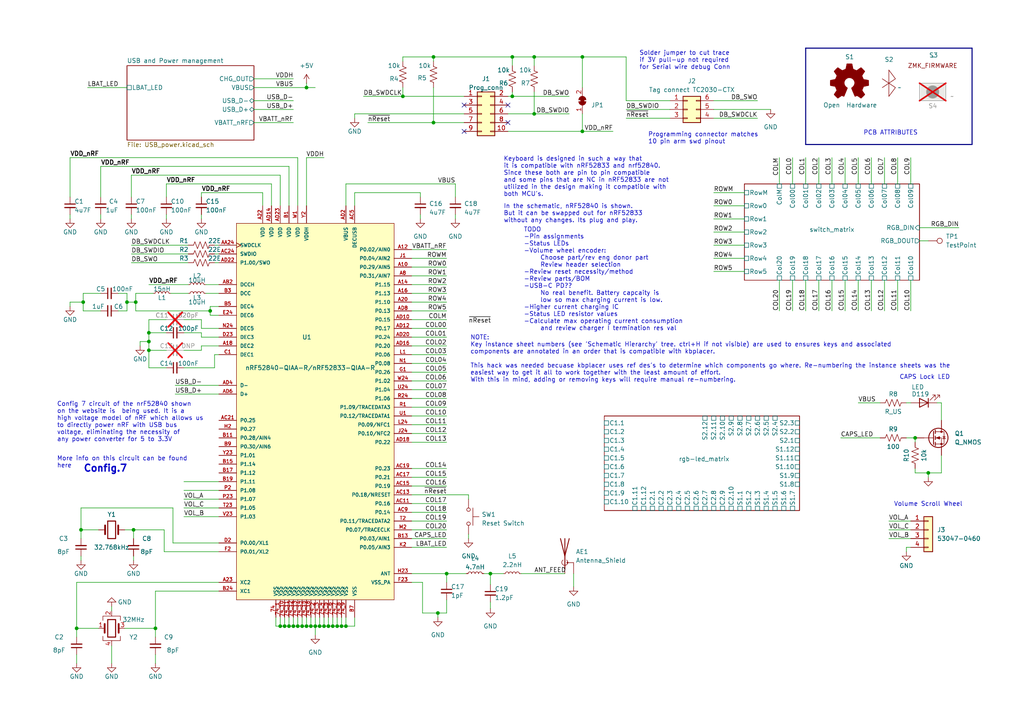
<source format=kicad_sch>
(kicad_sch (version 20250114) (generator "eeschema") (generator_version "9.0")
  (paper "A4")
  (text "Config.7\n" (at 24.13 137.16 0) (effects (font (size 2 2) (thickness 0.4) (bold yes)) (justify left bottom)))
  (text "PCB ATTRIBUTES" (at 258.318 38.608 0) (effects (font (size 1.27 1.27))))
  (text "NOTE:\nKey instance sheet numbers (see 'Schematic Hierarchy' tree. ctrl+H if not visible) are used to ensures keys and associated\ncomponents are annotated in an order that is compatible with kbplacer.\n\nThis hack was needed becuase kbplacer uses ref des's to determine which components go where. Re-numbering the instance sheets was the\neasiest way to get it all to work together with the least amount of effort.\nWith this in mind, adding or removing keys will require manual re-numbering." (at 136.398 104.14 0) (effects (font (size 1.27 1.27)) (justify left)))
  (text "CAPS Lock LED" (at 268.224 109.474 0) (effects (font (size 1.27 1.27))))
  (text "More info on this circuit can be found\nhere\n" (at 16.51 135.89 0) (effects (font (size 1.27 1.27)) (justify left bottom)))
  (text "Keyboard is designed in such a way that \nit is compatible with nRF52833 and nrf52840.\nSince these both are pin to pin compatible \nand some pins that are NC in nRF52833 are not\nutilized in the design making it compatible with \nboth MCU's." (at 146.05 57.15 0) (effects (font (size 1.27 1.27)) (justify left bottom)))
  (text "Programming connector matches \n10 pin arm swd pinout" (at 187.96 41.91 0) (effects (font (size 1.27 1.27)) (justify left bottom)))
  (text "In the schematic, nRF52840 is shown. \nBut it can be swapped out for nRF52833 \nwithout any changes. Its plug and play." (at 146.05 64.77 0) (effects (font (size 1.27 1.27)) (justify left bottom)))
  (text "Solder jumper to cut trace \nif 3V pull-up not required \nfor Serial wire debug Conn" (at 185.42 20.32 0) (effects (font (size 1.27 1.27)) (justify left bottom)))
  (text "Volume Scroll Wheel" (at 269.24 146.304 0) (effects (font (size 1.27 1.27))))
  (text "Config 7 circuit of the nrF52840 shown \non the website is  being used. It is a \nhigh voltage model of nRF which allows us \nto directly power nRF with USB bus \nvoltage, eliminating the necessity of\nany power converter for 5 to 3.3V\n" (at 16.51 128.27 0) (effects (font (size 1.27 1.27)) (justify left bottom)))
  (text "TODO\n-Pin assignments\n-Status LEDs\n-Volume wheel encoder:\n	Choose part/rev eng donor part\n	Review header selection\n-Review reset necessity/method\n-Review parts/BOM\n-USB-C PD??\n	No real benefit. Battery capcaity is\n	low so max charging current is low.\n-Higher current charging IC\n-Status LED resistor values\n-Calculate max operating current consumption\n	and review charger I termination res val" (at 151.892 81.026 0) (effects (font (size 1.27 1.27)) (justify left)))
  (junction (at 96.52 181.61))
  (junction (at 93.98 181.61))
  (junction (at 91.44 181.61))
  (junction (at 39.37 87.63))
  (junction (at 88.9 181.61))
  (junction (at 95.25 181.61))
  (junction (at 85.09 181.61))
  (junction (at 22.225 182.245))
  (junction (at 88.9 25.4))
  (junction (at 60.96 90.17))
  (junction (at 43.18 96.52))
  (junction (at 97.79 181.61))
  (junction (at 125.73 16.51))
  (junction (at 100.33 181.61))
  (junction (at 142.24 166.37))
  (junction (at 154.94 33.02))
  (junction (at 168.91 38.1))
  (junction (at 24.13 87.63))
  (junction (at 116.84 27.94))
  (junction (at 36.83 87.63))
  (junction (at 43.18 101.6))
  (junction (at 83.82 181.61))
  (junction (at 148.59 27.94))
  (junction (at 86.36 181.61))
  (junction (at 129.54 166.37))
  (junction (at 265.43 127))
  (junction (at 23.495 153.67))
  (junction (at 269.24 137.16))
  (junction (at 38.735 153.67))
  (junction (at 82.55 181.61))
  (junction (at 154.94 16.51))
  (junction (at 45.085 182.245))
  (junction (at 168.91 16.51))
  (junction (at 92.71 181.61))
  (junction (at 87.63 181.61))
  (junction (at 43.18 99.06))
  (junction (at 127 177.8))
  (junction (at 90.17 181.61))
  (junction (at 125.73 35.56))
  (junction (at 148.59 16.51))
  (junction (at 81.28 181.61))
  (junction (at 99.06 181.61))
  (no_connect (at 147.32 35.56))
  (no_connect (at 134.62 30.48))
  (no_connect (at 147.32 30.48))
  (no_connect (at 134.62 38.1))
  (wire (pts (xy 252.73 81.28) (xy 252.73 90.17)))
  (wire (pts (xy 96.52 179.07) (xy 96.52 181.61)))
  (wire (pts (xy 43.18 106.68) (xy 48.26 106.68)))
  (wire (pts (xy 142.24 166.37) (xy 146.05 166.37)))
  (wire (pts (xy 83.82 48.26) (xy 83.82 59.69)))
  (wire (pts (xy 22.225 168.91) (xy 22.225 182.245)))
  (wire (pts (xy 265.43 135.89) (xy 265.43 137.16)))
  (wire (pts (xy 73.66 31.75) (xy 85.09 31.75)))
  (wire (pts (xy 58.42 92.71) (xy 58.42 95.25)))
  (wire (pts (xy 87.63 179.07) (xy 87.63 181.61)))
  (wire (pts (xy 73.66 35.56) (xy 85.09 35.56)))
  (wire (pts (xy 102.87 33.02) (xy 134.62 33.02)))
  (wire (pts (xy 99.06 179.07) (xy 99.06 181.61)))
  (wire (pts (xy 38.1 71.12) (xy 54.61 71.12)))
  (wire (pts (xy 248.92 116.84) (xy 255.27 116.84)))
  (wire (pts (xy 207.01 63.5) (xy 215.9 63.5)))
  (wire (pts (xy 207.01 29.21) (xy 219.71 29.21)))
  (wire (pts (xy 23.495 147.32) (xy 23.495 153.67)))
  (wire (pts (xy 273.05 116.84) (xy 273.05 121.92)))
  (wire (pts (xy 237.49 45.72) (xy 237.49 53.34)))
  (wire (pts (xy 119.38 158.75) (xy 129.54 158.75)))
  (wire (pts (xy 121.92 62.23) (xy 121.92 63.5)))
  (wire (pts (xy 233.68 81.28) (xy 233.68 90.17)))
  (wire (pts (xy 48.26 57.15) (xy 48.26 53.34)))
  (wire (pts (xy 237.49 81.28) (xy 237.49 90.17)))
  (wire (pts (xy 119.38 138.43) (xy 129.54 138.43)))
  (wire (pts (xy 125.73 16.51) (xy 148.59 16.51)))
  (wire (pts (xy 43.18 99.06) (xy 43.18 101.6)))
  (wire (pts (xy 140.335 166.37) (xy 142.24 166.37)))
  (wire (pts (xy 147.32 33.02) (xy 154.94 33.02)))
  (wire (pts (xy 20.32 45.72) (xy 20.32 57.15)))
  (wire (pts (xy 100.33 59.69) (xy 100.33 53.34)))
  (wire (pts (xy 119.38 105.41) (xy 129.54 105.41)))
  (wire (pts (xy 127 177.8) (xy 127 179.07)))
  (wire (pts (xy 86.36 45.72) (xy 86.36 59.69)))
  (wire (pts (xy 43.18 101.6) (xy 48.26 101.6)))
  (wire (pts (xy 116.84 27.94) (xy 134.62 27.94)))
  (wire (pts (xy 36.83 87.63) (xy 39.37 87.63)))
  (wire (pts (xy 58.42 57.15) (xy 58.42 55.88)))
  (wire (pts (xy 154.94 26.67) (xy 154.94 33.02)))
  (wire (pts (xy 43.18 82.55) (xy 54.61 82.55)))
  (wire (pts (xy 154.94 16.51) (xy 154.94 19.05)))
  (wire (pts (xy 29.21 62.23) (xy 29.21 63.5)))
  (wire (pts (xy 91.44 181.61) (xy 91.44 184.15)))
  (wire (pts (xy 119.38 87.63) (xy 129.54 87.63)))
  (wire (pts (xy 116.84 16.51) (xy 125.73 16.51)))
  (wire (pts (xy 260.35 81.28) (xy 260.35 90.17)))
  (wire (pts (xy 88.9 181.61) (xy 87.63 181.61)))
  (wire (pts (xy 38.735 153.67) (xy 38.735 156.21)))
  (wire (pts (xy 148.59 26.67) (xy 148.59 27.94)))
  (wire (pts (xy 36.195 182.245) (xy 45.085 182.245)))
  (wire (pts (xy 29.21 57.15) (xy 29.21 48.26)))
  (wire (pts (xy 95.25 179.07) (xy 95.25 181.61)))
  (wire (pts (xy 49.53 85.09) (xy 54.61 85.09)))
  (wire (pts (xy 119.38 80.01) (xy 129.54 80.01)))
  (wire (pts (xy 20.32 88.9) (xy 20.32 87.63)))
  (wire (pts (xy 119.38 97.79) (xy 129.54 97.79)))
  (wire (pts (xy 45.085 182.245) (xy 45.085 184.785)))
  (wire (pts (xy 92.71 181.61) (xy 91.44 181.61)))
  (wire (pts (xy 257.81 156.21) (xy 264.16 156.21)))
  (wire (pts (xy 266.7 69.85) (xy 269.24 69.85)))
  (bus (pts (xy 233.68 13.97) (xy 233.68 41.91)))
  (wire (pts (xy 100.33 53.34) (xy 132.08 53.34)))
  (wire (pts (xy 102.87 55.88) (xy 121.92 55.88)))
  (wire (pts (xy 266.7 66.04) (xy 278.13 66.04)))
  (wire (pts (xy 24.13 87.63) (xy 24.13 90.17)))
  (wire (pts (xy 24.13 90.17) (xy 29.21 90.17)))
  (wire (pts (xy 119.38 135.89) (xy 129.54 135.89)))
  (wire (pts (xy 119.38 102.87) (xy 129.54 102.87)))
  (wire (pts (xy 264.16 158.75) (xy 262.89 158.75)))
  (wire (pts (xy 43.18 92.71) (xy 43.18 96.52)))
  (wire (pts (xy 119.38 107.95) (xy 129.54 107.95)))
  (wire (pts (xy 93.98 179.07) (xy 93.98 181.61)))
  (wire (pts (xy 23.495 153.67) (xy 28.575 153.67)))
  (wire (pts (xy 248.92 45.72) (xy 248.92 53.34)))
  (wire (pts (xy 125.73 25.4) (xy 125.73 35.56)))
  (wire (pts (xy 147.32 38.1) (xy 168.91 38.1)))
  (wire (pts (xy 38.1 57.15) (xy 38.1 50.8)))
  (wire (pts (xy 119.38 151.13) (xy 129.54 151.13)))
  (wire (pts (xy 23.495 161.29) (xy 23.495 162.56)))
  (wire (pts (xy 207.01 55.88) (xy 215.9 55.88)))
  (wire (pts (xy 105.41 27.94) (xy 116.84 27.94)))
  (wire (pts (xy 53.34 96.52) (xy 58.42 96.52)))
  (wire (pts (xy 166.37 166.37) (xy 166.37 170.18)))
  (wire (pts (xy 207.01 74.93) (xy 215.9 74.93)))
  (wire (pts (xy 119.38 140.97) (xy 129.54 140.97)))
  (wire (pts (xy 90.17 179.07) (xy 90.17 181.61)))
  (wire (pts (xy 248.92 81.28) (xy 248.92 90.17)))
  (wire (pts (xy 154.94 33.02) (xy 165.1 33.02)))
  (wire (pts (xy 97.79 181.61) (xy 96.52 181.61)))
  (wire (pts (xy 119.38 120.65) (xy 129.54 120.65)))
  (wire (pts (xy 20.32 45.72) (xy 86.36 45.72)))
  (bus (pts (xy 233.68 13.97) (xy 281.94 13.97)))
  (wire (pts (xy 59.69 85.09) (xy 63.5 85.09)))
  (wire (pts (xy 60.96 90.17) (xy 60.96 88.9)))
  (wire (pts (xy 88.9 45.72) (xy 88.9 59.69)))
  (wire (pts (xy 22.225 182.245) (xy 28.575 182.245)))
  (wire (pts (xy 62.23 106.68) (xy 62.23 102.87)))
  (wire (pts (xy 29.21 85.09) (xy 24.13 85.09)))
  (wire (pts (xy 229.87 81.28) (xy 229.87 90.17)))
  (wire (pts (xy 48.26 92.71) (xy 43.18 92.71)))
  (wire (pts (xy 38.1 50.8) (xy 81.28 50.8)))
  (wire (pts (xy 252.73 45.72) (xy 252.73 53.34)))
  (wire (pts (xy 207.01 31.75) (xy 223.52 31.75)))
  (wire (pts (xy 229.87 45.72) (xy 229.87 53.34)))
  (wire (pts (xy 119.38 92.71) (xy 129.54 92.71)))
  (wire (pts (xy 119.38 125.73) (xy 129.54 125.73)))
  (wire (pts (xy 96.52 181.61) (xy 95.25 181.61)))
  (wire (pts (xy 119.38 148.59) (xy 129.54 148.59)))
  (wire (pts (xy 53.34 106.68) (xy 62.23 106.68)))
  (wire (pts (xy 22.225 182.245) (xy 22.225 184.785)))
  (wire (pts (xy 43.18 101.6) (xy 43.18 106.68)))
  (wire (pts (xy 135.89 154.94) (xy 135.89 156.21)))
  (wire (pts (xy 91.44 181.61) (xy 90.17 181.61)))
  (wire (pts (xy 81.28 181.61) (xy 80.01 181.61)))
  (wire (pts (xy 168.91 38.1) (xy 177.8 38.1)))
  (wire (pts (xy 168.91 16.51) (xy 181.61 16.51)))
  (wire (pts (xy 47.625 153.67) (xy 38.735 153.67)))
  (wire (pts (xy 119.38 82.55) (xy 129.54 82.55)))
  (wire (pts (xy 24.13 85.09) (xy 24.13 87.63)))
  (wire (pts (xy 129.54 166.37) (xy 135.255 166.37)))
  (wire (pts (xy 135.89 144.78) (xy 135.89 143.51)))
  (wire (pts (xy 125.73 35.56) (xy 134.62 35.56)))
  (wire (pts (xy 121.92 55.88) (xy 121.92 57.15)))
  (wire (pts (xy 50.8 111.76) (xy 63.5 111.76)))
  (wire (pts (xy 181.61 16.51) (xy 181.61 29.21)))
  (wire (pts (xy 92.71 179.07) (xy 92.71 181.61)))
  (wire (pts (xy 262.89 116.84) (xy 264.16 116.84)))
  (wire (pts (xy 119.38 153.67) (xy 129.54 153.67)))
  (wire (pts (xy 81.28 179.07) (xy 81.28 181.61)))
  (wire (pts (xy 264.16 81.28) (xy 264.16 90.17)))
  (wire (pts (xy 147.32 27.94) (xy 148.59 27.94)))
  (wire (pts (xy 269.24 137.16) (xy 273.05 137.16)))
  (wire (pts (xy 39.37 87.63) (xy 39.37 90.17)))
  (bus (pts (xy 281.94 41.91) (xy 233.68 41.91)))
  (wire (pts (xy 38.1 73.66) (xy 54.61 73.66)))
  (wire (pts (xy 39.37 90.17) (xy 60.96 90.17)))
  (wire (pts (xy 241.3 45.72) (xy 241.3 53.34)))
  (wire (pts (xy 257.81 153.67) (xy 264.16 153.67)))
  (wire (pts (xy 262.89 127) (xy 265.43 127)))
  (wire (pts (xy 53.34 147.32) (xy 63.5 147.32)))
  (wire (pts (xy 73.66 22.86) (xy 85.09 22.86)))
  (wire (pts (xy 53.34 142.24) (xy 63.5 142.24)))
  (wire (pts (xy 119.38 72.39) (xy 129.54 72.39)))
  (wire (pts (xy 58.42 62.23) (xy 58.42 63.5)))
  (wire (pts (xy 207.01 71.12) (xy 215.9 71.12)))
  (wire (pts (xy 58.42 100.33) (xy 63.5 100.33)))
  (wire (pts (xy 119.38 110.49) (xy 129.54 110.49)))
  (wire (pts (xy 44.45 85.09) (xy 39.37 85.09)))
  (wire (pts (xy 58.42 96.52) (xy 58.42 97.79)))
  (wire (pts (xy 53.34 101.6) (xy 58.42 101.6)))
  (wire (pts (xy 119.38 100.33) (xy 129.54 100.33)))
  (wire (pts (xy 43.18 96.52) (xy 48.26 96.52)))
  (wire (pts (xy 86.36 179.07) (xy 86.36 181.61)))
  (wire (pts (xy 129.54 166.37) (xy 129.54 168.91)))
  (wire (pts (xy 119.38 113.03) (xy 129.54 113.03)))
  (wire (pts (xy 116.84 17.78) (xy 116.84 16.51)))
  (wire (pts (xy 22.225 189.865) (xy 22.225 192.405)))
  (wire (pts (xy 265.43 127) (xy 265.43 128.27)))
  (wire (pts (xy 88.9 45.72) (xy 93.98 45.72)))
  (wire (pts (xy 32.385 177.165) (xy 32.385 175.895)))
  (wire (pts (xy 119.38 74.93) (xy 129.54 74.93)))
  (wire (pts (xy 32.385 192.405) (xy 32.385 187.325)))
  (wire (pts (xy 62.23 73.66) (xy 63.5 73.66)))
  (wire (pts (xy 25.4 25.4) (xy 36.83 25.4)))
  (wire (pts (xy 53.34 149.86) (xy 63.5 149.86)))
  (wire (pts (xy 102.87 181.61) (xy 100.33 181.61)))
  (wire (pts (xy 83.82 181.61) (xy 82.55 181.61)))
  (wire (pts (xy 43.18 99.06) (xy 40.64 99.06)))
  (wire (pts (xy 257.81 151.13) (xy 264.16 151.13)))
  (wire (pts (xy 148.59 16.51) (xy 148.59 19.05)))
  (wire (pts (xy 168.91 33.02) (xy 168.91 38.1)))
  (wire (pts (xy 60.96 90.17) (xy 60.96 91.44)))
  (wire (pts (xy 23.495 147.32) (xy 50.165 147.32)))
  (wire (pts (xy 148.59 27.94) (xy 165.1 27.94)))
  (wire (pts (xy 102.87 59.69) (xy 102.87 55.88)))
  (wire (pts (xy 142.24 174.625) (xy 142.24 176.53)))
  (wire (pts (xy 73.66 25.4) (xy 88.9 25.4)))
  (wire (pts (xy 63.5 88.9) (xy 60.96 88.9)))
  (wire (pts (xy 260.35 45.72) (xy 260.35 53.34)))
  (wire (pts (xy 90.17 181.61) (xy 88.9 181.61)))
  (wire (pts (xy 119.38 85.09) (xy 129.54 85.09)))
  (wire (pts (xy 38.1 76.2) (xy 54.61 76.2)))
  (wire (pts (xy 29.21 48.26) (xy 83.82 48.26)))
  (wire (pts (xy 122.555 168.91) (xy 122.555 177.8)))
  (wire (pts (xy 85.09 181.61) (xy 83.82 181.61)))
  (wire (pts (xy 102.87 179.07) (xy 102.87 181.61)))
  (wire (pts (xy 119.38 166.37) (xy 129.54 166.37)))
  (wire (pts (xy 241.3 81.28) (xy 241.3 90.17)))
  (wire (pts (xy 207.01 34.29) (xy 219.71 34.29)))
  (wire (pts (xy 80.01 181.61) (xy 80.01 179.07)))
  (wire (pts (xy 88.9 179.07) (xy 88.9 181.61)))
  (wire (pts (xy 119.38 123.19) (xy 129.54 123.19)))
  (wire (pts (xy 168.91 16.51) (xy 168.91 25.4)))
  (wire (pts (xy 47.625 160.02) (xy 47.625 153.67)))
  (wire (pts (xy 265.43 137.16) (xy 269.24 137.16)))
  (wire (pts (xy 122.555 177.8) (xy 127 177.8)))
  (wire (pts (xy 119.38 128.27) (xy 129.54 128.27)))
  (wire (pts (xy 119.38 118.11) (xy 129.54 118.11)))
  (wire (pts (xy 100.33 181.61) (xy 99.06 181.61)))
  (wire (pts (xy 60.96 91.44) (xy 63.5 91.44)))
  (wire (pts (xy 271.78 116.84) (xy 273.05 116.84)))
  (wire (pts (xy 269.24 137.16) (xy 269.24 138.43)))
  (wire (pts (xy 53.34 144.78) (xy 63.5 144.78)))
  (wire (pts (xy 93.98 181.61) (xy 92.71 181.61)))
  (wire (pts (xy 226.06 45.72) (xy 226.06 53.34)))
  (wire (pts (xy 39.37 85.09) (xy 39.37 87.63)))
  (wire (pts (xy 245.11 81.28) (xy 245.11 90.17)))
  (wire (pts (xy 58.42 97.79) (xy 63.5 97.79)))
  (wire (pts (xy 83.82 179.07) (xy 83.82 181.61)))
  (wire (pts (xy 63.5 171.45) (xy 45.085 171.45)))
  (wire (pts (xy 243.84 127) (xy 255.27 127)))
  (wire (pts (xy 207.01 59.69) (xy 215.9 59.69)))
  (wire (pts (xy 181.61 29.21) (xy 194.31 29.21)))
  (wire (pts (xy 20.32 62.23) (xy 20.32 63.5)))
  (wire (pts (xy 119.38 90.17) (xy 129.54 90.17)))
  (wire (pts (xy 34.29 90.17) (xy 36.83 90.17)))
  (wire (pts (xy 119.38 115.57) (xy 129.54 115.57)))
  (wire (pts (xy 87.63 181.61) (xy 86.36 181.61)))
  (wire (pts (xy 132.08 62.23) (xy 132.08 63.5)))
  (wire (pts (xy 207.01 67.31) (xy 215.9 67.31)))
  (wire (pts (xy 151.13 166.37) (xy 163.83 166.37)))
  (wire (pts (xy 58.42 101.6) (xy 58.42 100.33)))
  (wire (pts (xy 262.89 158.75) (xy 262.89 160.02)))
  (wire (pts (xy 256.54 45.72) (xy 256.54 53.34)))
  (wire (pts (xy 88.9 24.13) (xy 88.9 25.4)))
  (wire (pts (xy 38.735 161.29) (xy 38.735 162.56)))
  (wire (pts (xy 45.085 189.865) (xy 45.085 192.405)))
  (wire (pts (xy 53.34 92.71) (xy 58.42 92.71)))
  (wire (pts (xy 63.5 160.02) (xy 47.625 160.02)))
  (wire (pts (xy 256.54 81.28) (xy 256.54 90.17)))
  (wire (pts (xy 86.36 181.61) (xy 85.09 181.61)))
  (wire (pts (xy 148.59 16.51) (xy 154.94 16.51)))
  (wire (pts (xy 50.165 147.32) (xy 50.165 157.48)))
  (wire (pts (xy 48.26 53.34) (xy 78.74 53.34)))
  (wire (pts (xy 34.29 85.09) (xy 36.83 85.09)))
  (wire (pts (xy 226.06 81.28) (xy 226.06 90.17)))
  (wire (pts (xy 233.68 45.72) (xy 233.68 53.34)))
  (wire (pts (xy 62.23 71.12) (xy 63.5 71.12)))
  (wire (pts (xy 119.38 156.21) (xy 129.54 156.21)))
  (wire (pts (xy 58.42 55.88) (xy 76.2 55.88)))
  (wire (pts (xy 50.165 157.48) (xy 63.5 157.48)))
  (wire (pts (xy 132.08 53.34) (xy 132.08 57.15)))
  (wire (pts (xy 273.05 132.08) (xy 273.05 137.16)))
  (wire (pts (xy 36.83 85.09) (xy 36.83 87.63)))
  (wire (pts (xy 78.74 53.34) (xy 78.74 59.69)))
  (wire (pts (xy 40.64 99.06) (xy 40.64 100.33)))
  (wire (pts (xy 58.42 95.25) (xy 63.5 95.25)))
  (wire (pts (xy 53.34 139.7) (xy 63.5 139.7)))
  (wire (pts (xy 99.06 181.61) (xy 97.79 181.61)))
  (wire (pts (xy 73.66 29.21) (xy 85.09 29.21)))
  (wire (pts (xy 142.24 166.37) (xy 142.24 169.545)))
  (wire (pts (xy 119.38 146.05) (xy 129.54 146.05)))
  (wire (pts (xy 97.79 179.07) (xy 97.79 181.61)))
  (wire (pts (xy 181.61 31.75) (xy 194.31 31.75)))
  (wire (pts (xy 20.32 87.63) (xy 24.13 87.63)))
  (wire (pts (xy 181.61 34.29) (xy 194.31 34.29)))
  (wire (pts (xy 119.38 95.25) (xy 129.54 95.25)))
  (wire (pts (xy 36.83 87.63) (xy 36.83 90.17)))
  (wire (pts (xy 82.55 179.07) (xy 82.55 181.61)))
  (wire (pts (xy 88.9 25.4) (xy 91.44 25.4)))
  (wire (pts (xy 95.25 181.61) (xy 93.98 181.61)))
  (wire (pts (xy 76.2 55.88) (xy 76.2 59.69)))
  (wire (pts (xy 264.16 45.72) (xy 264.16 53.34)))
  (wire (pts (xy 48.26 62.23) (xy 48.26 63.5)))
  (wire (pts (xy 207.01 78.74) (xy 215.9 78.74)))
  (wire (pts (xy 106.68 35.56) (xy 125.73 35.56)))
  (wire (pts (xy 36.195 153.67) (xy 38.735 153.67)))
  (wire (pts (xy 45.085 171.45) (xy 45.085 182.245)))
  (wire (pts (xy 102.87 33.02) (xy 102.87 34.29)))
  (wire (pts (xy 63.5 168.91) (xy 22.225 168.91)))
  (wire (pts (xy 85.09 179.07) (xy 85.09 181.61)))
  (wire (pts (xy 127 177.8) (xy 129.54 177.8)))
  (wire (pts (xy 100.33 179.07) (xy 100.33 181.61)))
  (wire (pts (xy 245.11 45.72) (xy 245.11 53.34)))
  (bus (pts (xy 281.94 13.97) (xy 281.94 41.91)))
  (wire (pts (xy 59.69 82.55) (xy 63.5 82.55)))
  (wire (pts (xy 119.38 143.51) (xy 135.89 143.51)))
  (wire (pts (xy 119.38 168.91) (xy 122.555 168.91)))
  (wire (pts (xy 23.495 153.67) (xy 23.495 156.21)))
  (wire (pts (xy 38.1 62.23) (xy 38.1 63.5)))
  (wire (pts (xy 91.44 179.07) (xy 91.44 181.61)))
  (wire (pts (xy 129.54 173.99) (xy 129.54 177.8)))
  (wire (pts (xy 81.28 50.8) (xy 81.28 59.69)))
  (wire (pts (xy 116.84 25.4) (xy 116.84 27.94)))
  (wire (pts (xy 62.23 76.2) (xy 63.5 76.2)))
  (wire (pts (xy 43.18 96.52) (xy 43.18 99.06)))
  (wire (pts (xy 119.38 77.47) (xy 129.54 77.47)))
  (wire (pts (xy 82.55 181.61) (xy 81.28 181.61)))
  (wire (pts (xy 62.23 102.87) (xy 63.5 102.87)))
  (wire (pts (xy 154.94 16.51) (xy 168.91 16.51)))
  (wire (pts (xy 125.73 16.51) (xy 125.73 17.78)))
  (wire (pts (xy 50.8 114.3) (xy 63.5 114.3)))
  (label "COL14" (at 248.92 90.17 90))
  (label "COL05" (at 129.54 107.95 180))
  (label "USB_D-" (at 50.8 111.76 0))
  (label "ROW4" (at 129.54 87.63 180))
  (label "COL09" (at 129.54 118.11 180))
  (label "ANT_FEED" (at 154.94 166.37 0))
  (label "COL08" (at 129.54 115.57 180))
  (label "VOL_C" (at 53.34 147.32 0))
  (label "ROW2" (at 129.54 82.55 180))
  (label "COL12" (at 129.54 125.73 180))
  (label "USB_D+" (at 85.09 31.75 180))
  (label "COL12" (at 256.54 90.17 90))
  (label "CAPS_LED" (at 243.84 127 0))
  (label "VOL_C" (at 257.81 153.67 0))
  (label "COL11" (at 129.54 123.19 180))
  (label "VDD_nRF" (at 29.21 48.26 0) (effects (font (bold yes))))
  (label "COL20" (at 129.54 153.67 180))
  (label "VBUS" (at 248.92 116.84 0))
  (label "USB_D+" (at 50.8 114.3 0))
  (label "ROW1" (at 129.54 80.01 180))
  (label "COL1" (at 233.68 45.72 270))
  (label "COL00" (at 129.54 95.25 180))
  (label "RGB_DIN" (at 278.13 66.04 180))
  (label "COL18" (at 129.54 148.59 180))
  (label "COL0" (at 229.87 45.72 270))
  (label "VDD_nRF" (at 177.8 38.1 180))
  (label "DB_SWO" (at 219.71 29.21 180))
  (label "COL03" (at 129.54 102.87 180))
  (label "COL16" (at 129.54 140.97 180))
  (label "COL2" (at 237.49 45.72 270))
  (label "DB_SWDCLK" (at 38.1 71.12 0))
  (label "COL15" (at 129.54 138.43 180))
  (label "VDD_nRF" (at 58.42 55.88 0) (effects (font (bold yes))))
  (label "COL17" (at 237.49 90.17 90))
  (label "ROWM" (at 207.01 55.88 0))
  (label "~{nReset}" (at 135.89 93.98 0))
  (label "COL14" (at 129.54 135.89 180))
  (label "DB_SWDIO" (at 165.1 33.02 180))
  (label "COL19" (at 129.54 151.13 180))
  (label "~{nReset}" (at 181.61 34.29 0))
  (label "COL8" (at 260.35 45.72 270))
  (label "COL02" (at 129.54 100.33 180))
  (label "COL20" (at 226.06 90.17 90))
  (label "COLM" (at 226.06 45.72 270))
  (label "VOL_B" (at 257.81 156.21 0))
  (label "CAPS_LED" (at 129.54 156.21 180))
  (label "COL11" (at 260.35 90.17 90))
  (label "DB_SWO" (at 38.1 76.2 0))
  (label "COL16" (at 241.3 90.17 90))
  (label "ROW1" (at 207.01 63.5 0))
  (label "COL7" (at 256.54 45.72 270))
  (label "COL10" (at 129.54 120.65 180))
  (label "ROW3" (at 207.01 71.12 0))
  (label "~{nReset}" (at 106.68 35.56 0))
  (label "COL10" (at 264.16 90.17 90))
  (label "VDD_nRF" (at 20.32 45.72 0) (effects (font (bold yes))))
  (label "DB_SWDCLK" (at 219.71 34.29 180))
  (label "COL13" (at 252.73 90.17 90))
  (label "VBATT_nRF" (at 129.54 72.39 180))
  (label "COL18" (at 233.68 90.17 90))
  (label "COL4" (at 245.11 45.72 270))
  (label "COL04" (at 129.54 105.41 180))
  (label "VBUS" (at 132.08 53.34 180))
  (label "VDDH" (at 93.98 45.72 180))
  (label "LBAT_LED" (at 25.4 25.4 0))
  (label "COL07" (at 129.54 113.03 180))
  (label "COL06" (at 129.54 110.49 180))
  (label "ROW5" (at 129.54 90.17 180))
  (label "LBAT_LED" (at 129.54 158.75 180))
  (label "VDD_nRF" (at 43.18 82.55 0) (effects (font (bold yes))))
  (label "VOL_B" (at 53.34 149.86 0))
  (label "ROWM" (at 129.54 74.93 180))
  (label "ROW4" (at 207.01 74.93 0))
  (label "COL19" (at 229.87 90.17 90))
  (label "COL17" (at 129.54 146.05 180))
  (label "DB_SWDIO" (at 181.61 31.75 0))
  (label "COL3" (at 241.3 45.72 270))
  (label "USB_D-" (at 85.09 29.21 180))
  (label "ROW2" (at 207.01 67.31 0))
  (label "COL9" (at 264.16 45.72 270))
  (label "DB_SWDIO" (at 38.1 73.66 0))
  (label "DB_SWO" (at 165.1 27.94 180))
  (label "COL5" (at 248.92 45.72 270))
  (label "VOL_A" (at 53.34 144.78 0))
  (label "ROW0" (at 129.54 77.47 180))
  (label "VBUS" (at 85.09 25.4 180))
  (label "VDD_nRF" (at 38.1 50.8 0) (effects (font (bold yes))))
  (label "ROW0" (at 207.01 59.69 0))
  (label "ROW3" (at 129.54 85.09 180))
  (label "VOL_A" (at 257.81 151.13 0))
  (label "COL13" (at 129.54 128.27 180))
  (label "DB_SWDCLK" (at 105.41 27.94 0))
  (label "ROW5" (at 207.01 78.74 0))
  (label "VDD_nRF" (at 48.26 53.34 0) (effects (font (bold yes))))
  (label "COL15" (at 245.11 90.17 90))
  (label "VDDH" (at 85.09 22.86 180))
  (label "COL6" (at 252.73 45.72 270))
  (label "~{nReset}" (at 129.54 143.51 180))
  (label "COLM" (at 129.54 92.71 180))
  (label "VBATT_nRF" (at 85.09 35.56 180))
  (label "COL01" (at 129.54 97.79 180))
  (symbol (lib_id "power:GND") (at 132.08 63.5 0) (unit 1)
    (property "Reference" "#PWR019" (effects (hide yes)))
    (property "Value" "GND" (at 132.08 68.58 0))
  )
  (symbol (lib_id "keyboard:C_Small") (at 50.8 96.52 90) (unit 1)
    (property "Reference" "C12" (at 48.26 95.25 90))
    (property "Value" "100pF" (at 54.61 95.25 90))
    (property "Footprint" "keyboard:C_0402_1005Metric" (effects (hide yes)))
    (property "Datasheet" "https://datasheet.lcsc.com/lcsc/2304140030_YAGEO-CC0402JRNPO9BN101_C106200.pdf" (effects (hide yes)))
    (property "PN" "CC0402JRNPO9BN101" (effects (hide yes)))
    (property "LCSC Part Number" "C106200" (effects (hide yes)))
    (property "LCSC link" "https://www.lcsc.com/product-detail/Multilayer-Ceramic-Capacitors-MLCC-SMD-SMT_YAGEO-CC0402JRNPO9BN101_C106200.html" (effects (hide yes)))
  )
  (symbol (lib_id "keyboard:L_Small") (at 137.795 166.37 90) (unit 1)
    (property "Reference" "L4" (at 137.795 161.925 90))
    (property "Value" "4.7nH" (at 137.795 164.465 90))
    (property "Footprint" "keyboard:L_0402_1005Metric" (effects (hide yes)))
    (property "Datasheet" "https://datasheet.lcsc.com/lcsc/2304140030_TDK-MLK1005S4N7ST000_C136252.pdf" (effects (hide yes)))
    (property "PN" "MLK1005S4N7ST000" (effects (hide yes)))
    (property "LCSC Part Number" "C136252" (effects (hide yes)))
    (property "LCSC link" "https://www.lcsc.com/product-detail/Inductors-SMD_TDK-MLK1005S4N7ST000_C136252.html" (effects (hide yes)))
  )
  (symbol (lib_id "power:GND") (at 102.87 34.29 0) (unit 1)
    (property "Reference" "#PWR016" (effects (hide yes)))
    (property "Value" "GND" (at 102.87 38.1 0))
  )
  (symbol (lib_id "keyboard:R_US") (at 154.94 22.86 270) (unit 1)
    (property "Reference" "R7" (at 152.4 24.13 90))
    (property "Value" "10k" (at 152.4 20.32 90))
    (property "Footprint" "keyboard:R_0402_1005Metric" (effects (hide yes)))
    (property "Datasheet" "https://datasheet.lcsc.com/lcsc/2304140030_YAGEO-RC0402FR-0710KL_C60490.pdf" (effects (hide yes)))
    (property "PN" "RC0402FR-0710KL" (effects (hide yes)))
    (property "LCSC Part Number" "C60490" (effects (hide yes)))
    (property "LCSC link" "https://www.lcsc.com/product-detail/Chip-Resistor-Surface-Mount_YAGEO-RC0402FR-0710KL_C60490.html" (effects (hide yes)))
  )
  (symbol (lib_id "keyboard:R_US") (at 259.08 127 0) (unit 1)
    (property "Reference" "R9" (at 259.08 124.46 0))
    (property "Value" "100" (at 259.08 129.54 0))
    (property "Footprint" "keyboard:R_0402_1005Metric" (effects (hide yes)))
    (property "Datasheet" "https://datasheet.lcsc.com/lcsc/2304140030_YAGEO-RC0402FR-071K2L_C138040.pdf" (effects (hide yes)))
    (property "PN" "RC0402FR-071K2L" (effects (hide yes)))
    (property "LCSC Part Number" "C138040" (effects (hide yes)))
    (property "LCSC link" "https://www.lcsc.com/product-detail/Chip-Resistor-Surface-Mount_YAGEO-RC0402FR-071K2L_C138040.html" (effects (hide yes)))
  )
  (symbol (lib_id "power:GND") (at 22.225 192.405 0) (unit 1)
    (property "Reference" "#PWR03" (effects (hide yes)))
    (property "Value" "GND" (at 22.225 196.215 0))
  )
  (symbol (lib_id "keyboard:Conn_02x03") (at 199.39 31.75 0) (unit 1)
    (property "Reference" "J2" (at 200.66 23.495 0))
    (property "Value" "Tag connect TC2030-CTX" (at 200.66 26.035 0))
    (property "Footprint" "keyboard:TC2030-IDC-NL" (effects (hide yes)))
    (property "Datasheet" "https://www.tag-connect.com/wp-content/uploads/bsk-pdf-manager/TC2030-CTX_1.pdf" (effects (hide yes)))
  )
  (symbol (lib_id "Device:C_Small") (at 31.75 90.17 270) (mirror x) (unit 1)
    (property "Reference" "C6" (at 33.02 88.9 90) (effects (justify left)))
    (property "Value" "1uF" (at 26.67 88.9 90) (effects (justify left)))
    (property "Footprint" "keyboard:C_0603_1608Metric" (effects (hide yes)))
    (property "Datasheet" "https://datasheet.lcsc.com/lcsc/2209191700_Samsung-Electro-Mechanics-CL10A105KO8NNNC_C1592.pdf" (effects (hide yes)))
    (property "LCSC link" "https://www.lcsc.com/product-detail/Multilayer-Ceramic-Capacitors-MLCC-SMD-SMT_Samsung-Electro-Mechanics-CL10A105KO8NNNC_C1592.html" (effects (hide yes)))
    (property "PN" "CL10A105KO8NNNC" (effects (hide yes)))
    (property "LCSC Part Number" "C1592" (effects (hide yes)))
  )
  (symbol (lib_id "keyboard:C_Small") (at 23.495 158.75 180) (unit 1)
    (property "Reference" "C3" (at 18.415 156.21 0))
    (property "Value" "8pF" (at 18.415 160.02 0))
    (property "Footprint" "keyboard:C_0402_1005Metric" (effects (hide yes)))
    (property "Datasheet" "https://www.lcsc.com/product-detail/Multilayer-Ceramic-Capacitors-MLCC-SMD-SMT_YAGEO-AC0402CRNPO9BN8R0_C962144.html" (effects (hide yes)))
    (property "PN" "AC0402CRNPO9BN8R0" (effects (hide yes)))
    (property "LCSC Part Number" "C962144" (effects (hide yes)))
    (property "LCSC link" "https://www.lcsc.com/product-detail/Multilayer-Ceramic-Capacitors-MLCC-SMD-SMT_YAGEO-CC0201CRNPO8BN8R0_C5182411.html" (effects (hide yes)))
  )
  (symbol (lib_id "keyboard:C_Small") (at 20.32 59.69 0) (unit 1)
    (property "Reference" "C1" (at 21.59 58.42 0) (effects (justify left)))
    (property "Value" "4u7F" (at 21.59 60.96 0) (effects (justify left)))
    (property "Footprint" "keyboard:C_0805_2012Metric" (effects (hide yes)))
    (property "Datasheet" "https://datasheet.lcsc.com/lcsc/2304140030_Samsung-Electro-Mechanics-CL21A475KAQNNNE_C1779.pdf" (effects (hide yes)))
    (property "LCSC link" "https://www.lcsc.com/product-detail/Multilayer-Ceramic-Capacitors-MLCC-SMD-SMT_Samsung-Electro-Mechanics-CL21A475KAQNNNE_C1779.html" (effects (hide yes)))
    (property "PN" "CL21A475KAQNNNE" (effects (hide yes)))
    (property "LCSC Part Number" "C1779" (effects (hide yes)))
  )
  (symbol (lib_id "keyboard:Outline") (at 270.51 26.67 0) (unit 1) (exclude_from_sim yes) (in_bom no) (dnp yes)
    (property "Reference" "S4" (at 269.24 30.734 0) (effects (justify left)))
    (property "Value" "~" (at 275.59 27.94 0) (effects (justify left)))
    (property "Footprint" "keyboard:Keybaord_outline_edgecuts" (effects (hide yes)))
    (property "Description" "Keyboard outline" (effects (hide yes)))
  )
  (symbol (lib_id "keyboard:R_US") (at 116.84 21.59 270) (unit 1)
    (property "Reference" "R4" (at 114.3 22.86 90))
    (property "Value" "10k" (at 114.3 19.05 90))
    (property "Footprint" "keyboard:R_0402_1005Metric" (effects (hide yes)))
    (property "Datasheet" "https://datasheet.lcsc.com/lcsc/2304140030_YAGEO-RC0402FR-0710KL_C60490.pdf" (effects (hide yes)))
    (property "PN" "RC0402FR-0710KL" (effects (hide yes)))
    (property "LCSC Part Number" "C60490" (effects (hide yes)))
    (property "LCSC link" "https://www.lcsc.com/product-detail/Chip-Resistor-Surface-Mount_YAGEO-RC0402FR-0710KL_C60490.html" (effects (hide yes)))
  )
  (symbol (lib_id "power:GND") (at 223.52 31.75 0) (unit 1)
    (property "Reference" "#PWR023" (effects (hide yes)))
    (property "Value" "GND" (at 223.52 36.83 0))
  )
  (symbol (lib_id "power:GND") (at 38.1 63.5 0) (unit 1)
    (property "Reference" "#PWR08" (effects (hide yes)))
    (property "Value" "GND" (at 38.1 67.31 0))
  )
  (symbol (lib_id "keyboard:Crystal_GND24") (at 32.385 182.245 0) (unit 1)
    (property "Reference" "Y2" (at 38.735 184.785 0))
    (property "Value" "32MHz" (at 38.735 179.705 0))
    (property "Footprint" "keyboard:SMD-4_crystal" (effects (hide yes)))
    (property "Datasheet" "https://datasheet.lcsc.com/lcsc/2304140030_JYJE-3TJ432000HYFBC_C2149125.pdf" (effects (hide yes)))
    (property "PN" "3TJ432000HYFBC" (effects (hide yes)))
    (property "LCSC link" "https://www.lcsc.com/product-detail/Crystals_JYJE-3TJ432000HYFBC_C2149125.html" (effects (hide yes)))
    (property "LCSC Part Number" "C2149125" (effects (hide yes)))
  )
  (symbol (lib_id "power:GND") (at 23.495 162.56 0) (unit 1)
    (property "Reference" "#PWR04" (effects (hide yes)))
    (property "Value" "GND" (at 23.495 166.37 0))
  )
  (symbol (lib_id "power:GND") (at 20.32 88.9 0) (unit 1)
    (property "Reference" "#PWR02" (effects (hide yes)))
    (property "Value" "GND" (at 20.32 92.71 0))
  )
  (symbol (lib_id "keyboard:L_Small") (at 57.15 82.55 90) (unit 1)
    (property "Reference" "L2" (at 57.15 80.01 90))
    (property "Value" "10uH" (at 57.15 81.28 90))
    (property "Footprint" "keyboard:L_0603_1608Metric" (effects (hide yes)))
    (property "LCSC Part Number" "C3911082" (effects (hide yes)))
    (property "LCSC link" "https://www.lcsc.com/product-detail/Inductors-SMD_Murata-Electronics-LQM18DZ100M70L_C3911082.html" (effects (hide yes)))
    (property "PN" "LQM18DZ100M70L" (effects (hide yes)))
  )
  (symbol (lib_id "power:GND") (at 121.92 63.5 0) (unit 1)
    (property "Reference" "#PWR017" (effects (hide yes)))
    (property "Value" "GND" (at 121.92 68.58 0))
  )
  (symbol (lib_id "power:GND") (at 262.89 160.02 0) (unit 1)
    (property "Reference" "#PWR024" (effects (hide yes)))
    (property "Value" "GND" (at 262.89 164.084 0))
    (property "Description" "Power symbol creates a global label with name \"GND\" , ground" (effects (hide yes)))
  )
  (symbol (lib_id "power:GND") (at 91.44 184.15 0) (unit 1)
    (property "Reference" "#PWR015" (effects (hide yes)))
    (property "Value" "GND" (at 91.44 189.23 0))
  )
  (symbol (lib_id "power:GND") (at 58.42 63.5 0) (unit 1)
    (property "Reference" "#PWR013" (effects (hide yes)))
    (property "Value" "GND" (at 58.42 67.31 0))
  )
  (symbol (lib_id "keyboard:Prog_conn") (at 139.7 33.02 0) (unit 1)
    (property "Reference" "J1" (at 140.97 22.86 0))
    (property "Value" "Prog_conn" (at 140.97 25.4 0))
    (property "Footprint" "keyboard:DB_CONN" (effects (hide yes)))
  )
  (symbol (lib_id "keyboard:C_Small") (at 50.8 106.68 90) (unit 1)
    (property "Reference" "C14" (at 48.26 105.41 90))
    (property "Value" "100nF" (at 54.61 105.41 90))
    (property "Footprint" "keyboard:C_0402_1005Metric" (effects (hide yes)))
    (property "Datasheet" "https://datasheet.lcsc.com/lcsc/2304140030_Samsung-Electro-Mechanics-CL05B104KO5NNNC_C1525.pdf" (effects (hide yes)))
    (property "PN" "CL05B104KO5NNNC" (effects (hide yes)))
    (property "LCSC Part Number" "C1525" (effects (hide yes)))
    (property "LCSC link" "https://www.lcsc.com/product-detail/Multilayer-Ceramic-Capacitors-MLCC-SMD-SMT_Samsung-Electro-Mechanics-CL05B104KO5NNNC_C1525.html" (effects (hide yes)))
  )
  (symbol (lib_id "power:GND") (at 48.26 63.5 0) (unit 1)
    (property "Reference" "#PWR012" (effects (hide yes)))
    (property "Value" "GND" (at 48.26 67.31 0))
  )
  (symbol (lib_id "power:GND") (at 29.21 63.5 0) (unit 1)
    (property "Reference" "#PWR05" (effects (hide yes)))
    (property "Value" "GND" (at 29.21 67.31 0))
  )
  (symbol (lib_id "keyboard:C_Small") (at 31.75 85.09 90) (unit 1)
    (property "Reference" "C5" (at 29.21 83.82 90))
    (property "Value" "100nF" (at 35.56 83.82 90))
    (property "Footprint" "keyboard:C_0402_1005Metric" (effects (hide yes)))
    (property "Datasheet" "https://datasheet.lcsc.com/lcsc/2304140030_Samsung-Electro-Mechanics-CL05B104KO5NNNC_C1525.pdf" (effects (hide yes)))
    (property "PN" "CL05B104KO5NNNC" (effects (hide yes)))
    (property "LCSC Part Number" "C1525" (effects (hide yes)))
    (property "LCSC link" "https://www.lcsc.com/product-detail/Multilayer-Ceramic-Capacitors-MLCC-SMD-SMT_Samsung-Electro-Mechanics-CL05B104KO5NNNC_C1525.html" (effects (hide yes)))
  )
  (symbol (lib_id "keyboard:BLE_SYM") (at 257.81 24.13 0) (unit 1)
    (property "Reference" "S2" (at 256.54 17.272 0) (effects (justify left)))
    (property "Value" "~" (at 260.35 25.4 0) (effects (justify left)))
    (property "Footprint" "keyboard:BLE-symbol" (effects (hide yes)))
  )
  (symbol (lib_id "keyboard:C_Small") (at 50.8 92.71 90) (unit 1) (in_bom no) (dnp yes)
    (property "Reference" "C11" (at 46.99 91.44 90))
    (property "Value" "820pF" (at 54.61 91.44 90))
    (property "Footprint" "keyboard:C_0402_1005Metric" (effects (hide yes)))
    (property "Datasheet" "https://datasheet.lcsc.com/lcsc/2008031703_YAGEO-CC0402KRX7R9BB821_C107031.pdf" (effects (hide yes)))
    (property "PN" "CC0402KRX7R9BB821" (effects (hide yes)))
    (property "LCSC Part Number" "C107031" (effects (hide yes)))
    (property "LCSC link" "https://www.lcsc.com/product-detail/Multilayer-Ceramic-Capacitors-MLCC-SMD-SMT_YAGEO-CC0402KRX7R9BB821_C107031.html" (effects (hide yes)))
  )
  (symbol (lib_id "Connector:TestPoint") (at 269.24 69.85 270) (unit 1)
    (property "Reference" "TP1" (at 274.32 68.5799 90) (effects (justify left)))
    (property "Value" "TestPoint" (at 274.32 71.1199 90) (effects (justify left)))
    (property "Footprint" "TestPoint:TestPoint_Pad_D1.5mm" (effects (hide yes)))
    (property "Description" "test point" (effects (hide yes)))
  )
  (symbol (lib_id "power:GND") (at 32.385 192.405 0) (unit 1)
    (property "Reference" "#PWR07" (effects (hide yes)))
    (property "Value" "GND" (at 32.385 196.215 0))
  )
  (symbol (lib_id "keyboard:SW_Push") (at 135.89 149.86 270) (unit 1)
    (property "Reference" "SW1" (at 139.7 149.225 90) (effects (justify left)))
    (property "Value" "Reset Switch" (at 139.7 151.765 90) (effects (justify left)))
    (property "Footprint" "keyboard:RST_SW" (effects (hide yes)))
    (property "Datasheet" "https://datasheet.lcsc.com/lcsc/2204251630_XKB-Connectivity-TS-1127-C_C388640.pdf" (effects (hide yes)))
    (property "LCSC Part Number" "C388640" (effects (hide yes)))
    (property "PN" "    TS-1127-C" (effects (hide yes)))
    (property "LCSC link" "https://www.lcsc.com/product-detail/Tactile-Switches_XKB-Connectivity-TS-1127-C_C388640.html" (effects (hide yes)))
  )
  (symbol (lib_id "keyboard:R_US") (at 58.42 71.12 180) (unit 1)
    (property "Reference" "R1" (at 53.34 69.85 0))
    (property "Value" "22E" (at 62.23 69.85 0))
    (property "Footprint" "keyboard:R_0402_1005Metric" (effects (hide yes)))
    (property "Datasheet" "https://datasheet.lcsc.com/lcsc/2304140030_YAGEO-RC0402FR-0722RL_C114765.pdf" (effects (hide yes)))
    (property "PN" "RC0402FR-0722RL" (effects (hide yes)))
    (property "LCSC Part Number" "C114765" (effects (hide yes)))
    (property "LCSC link" "https://www.lcsc.com/product-detail/Chip-Resistor-Surface-Mount_YAGEO-RC0402FR-0722RL_C114765.html" (effects (hide yes)))
  )
  (symbol (lib_id "keyboard:R_US") (at 58.42 73.66 180) (unit 1)
    (property "Reference" "R2" (at 53.34 72.39 0))
    (property "Value" "22E" (at 62.23 72.39 0))
    (property "Footprint" "keyboard:R_0402_1005Metric" (effects (hide yes)))
    (property "Datasheet" "https://datasheet.lcsc.com/lcsc/2304140030_YAGEO-RC0402FR-0722RL_C114765.pdf" (effects (hide yes)))
    (property "PN" "RC0402FR-0722RL" (effects (hide yes)))
    (property "LCSC Part Number" "C114765" (effects (hide yes)))
    (property "LCSC link" "https://www.lcsc.com/product-detail/Chip-Resistor-Surface-Mount_YAGEO-RC0402FR-0722RL_C114765.html" (effects (hide yes)))
  )
  (symbol (lib_id "power:GND") (at 142.24 176.53 0) (unit 1)
    (property "Reference" "#PWR021" (effects (hide yes)))
    (property "Value" "GND" (at 142.24 181.61 0))
  )
  (symbol (lib_id "power:GND") (at 32.385 175.895 180) (unit 1)
    (property "Reference" "#PWR06" (effects (hide yes)))
    (property "Value" "GND" (at 36.195 174.625 0))
  )
  (symbol (lib_id "power:+5V") (at 88.9 24.13 0) (unit 1)
    (property "Reference" "#PWR014" (effects (hide yes)))
    (property "Value" "+5V" (at 88.9 19.05 0))
    (property "Description" "Power symbol creates a global label with name \"+5V\"" (effects (hide yes)))
  )
  (symbol (lib_id "keyboard:C_Small") (at 58.42 59.69 0) (unit 1)
    (property "Reference" "C15" (at 59.69 58.42 0) (effects (justify left)))
    (property "Value" "100nF" (at 59.69 60.96 0) (effects (justify left)))
    (property "Footprint" "keyboard:C_0402_1005Metric" (effects (hide yes)))
    (property "Datasheet" "https://datasheet.lcsc.com/lcsc/2304140030_Samsung-Electro-Mechanics-CL05B104KO5NNNC_C1525.pdf" (effects (hide yes)))
    (property "PN" "CL05B104KO5NNNC" (effects (hide yes)))
    (property "LCSC Part Number" "C1525" (effects (hide yes)))
    (property "LCSC link" "https://www.lcsc.com/product-detail/Multilayer-Ceramic-Capacitors-MLCC-SMD-SMT_Samsung-Electro-Mechanics-CL05B104KO5NNNC_C1525.html" (effects (hide yes)))
  )
  (symbol (lib_id "keyboard:C_Small") (at 50.8 101.6 90) (unit 1) (in_bom no) (dnp yes)
    (property "Reference" "C13" (at 48.26 100.33 90))
    (property "Value" "DNP" (at 54.61 100.33 90))
    (property "Footprint" "keyboard:C_0402_1005Metric" (effects (hide yes)))
    (property "Datasheet" "DNP" (effects (hide yes)))
    (property "PN" "DNP" (effects (hide yes)))
    (property "LCSC Part Number" "DNP" (effects (hide yes)))
    (property "LCSC link" "DNP" (effects (hide yes)))
  )
  (symbol (lib_id "Device:Q_NMOS") (at 270.51 127 0) (unit 1)
    (property "Reference" "Q1" (at 276.86 125.7299 0) (effects (justify left)))
    (property "Value" "Q_NMOS" (at 276.86 128.2699 0) (effects (justify left)))
    (property "Footprint" "keyboard:SOT-23-3" (effects (hide yes)))
    (property "Description" "N-MOSFET transistor" (effects (hide yes)))
  )
  (symbol (lib_id "keyboard:L_Small") (at 46.99 85.09 90) (unit 1)
    (property "Reference" "L1" (at 46.99 86.36 90))
    (property "Value" "15nH" (at 46.99 83.82 90))
    (property "Footprint" "keyboard:L_0402_1005Metric" (effects (hide yes)))
    (property "Datasheet" "https://datasheet.lcsc.com/lcsc/1811081610_Murata-Electronics-LQG15HS15NJ02D_C86059.pdf" (effects (hide yes)))
    (property "LCSC Part Number" "C86059" (effects (hide yes)))
    (property "LCSC link" "https://www.lcsc.com/product-detail/Inductors-SMD_Murata-Electronics-LQG15HS15NJ02D_C86059.html" (effects (hide yes)))
    (property "PN" "LQG15HS15NJ02D" (effects (hide yes)))
  )
  (symbol (lib_id "keyboard:C_Small") (at 48.26 59.69 0) (unit 1)
    (property "Reference" "C10" (at 49.53 58.42 0) (effects (justify left)))
    (property "Value" "100nF" (at 49.53 60.96 0) (effects (justify left)))
    (property "Footprint" "keyboard:C_0402_1005Metric" (effects (hide yes)))
    (property "Datasheet" "https://datasheet.lcsc.com/lcsc/2304140030_Samsung-Electro-Mechanics-CL05B104KO5NNNC_C1525.pdf" (effects (hide yes)))
    (property "PN" "CL05B104KO5NNNC" (effects (hide yes)))
    (property "LCSC Part Number" "C1525" (effects (hide yes)))
    (property "LCSC link" "https://www.lcsc.com/product-detail/Multilayer-Ceramic-Capacitors-MLCC-SMD-SMT_Samsung-Electro-Mechanics-CL05B104KO5NNNC_C1525.html" (effects (hide yes)))
  )
  (symbol (lib_id "keyboard:R_US") (at 148.59 22.86 270) (unit 1)
    (property "Reference" "R6" (at 146.05 24.13 90))
    (property "Value" "10k" (at 146.05 20.32 90))
    (property "Footprint" "keyboard:R_0402_1005Metric" (effects (hide yes)))
    (property "Datasheet" "https://datasheet.lcsc.com/lcsc/2304140030_YAGEO-RC0402FR-0710KL_C60490.pdf" (effects (hide yes)))
    (property "PN" "RC0402FR-0710KL" (effects (hide yes)))
    (property "LCSC Part Number" "C60490" (effects (hide yes)))
    (property "LCSC link" "https://www.lcsc.com/product-detail/Chip-Resistor-Surface-Mount_YAGEO-RC0402FR-0710KL_C60490.html" (effects (hide yes)))
  )
  (symbol (lib_id "Device:LED") (at 267.97 116.84 180) (unit 1)
    (property "Reference" "D119" (at 266.954 114.3 0))
    (property "Value" "LED" (at 266.192 112.268 0))
    (property "Footprint" "keyboard:LED_0603_1608Metric" (effects (hide yes)))
    (property "Description" "Light emitting diode" (effects (hide yes)))
    (property "Sim.Pins" "1=K 2=A" (effects (hide yes)))
  )
  (symbol (lib_id "keyboard:Conn_01x04") (at 269.24 153.67 0) (unit 1)
    (property "Reference" "J3" (at 271.78 153.6699 0) (effects (justify left)))
    (property "Value" "53047-0460" (at 271.78 156.2099 0) (effects (justify left)))
    (property "Footprint" "Connector_Molex:Molex_PicoBlade_53048-0410_1x04_P1.25mm_Horizontal" (effects (hide yes)))
    (property "Description" "Generic connector, single row, 01x04, script generated (kicad-library-utils/schlib/autogen/connector/)" (effects (hide yes)))
  )
  (symbol (lib_id "power:GND") (at 45.085 192.405 0) (unit 1)
    (property "Reference" "#PWR011" (effects (hide yes)))
    (property "Value" "GND" (at 45.085 196.215 0))
  )
  (symbol (lib_id "keyboard:C_Small") (at 45.085 187.325 180) (unit 1)
    (property "Reference" "C9" (at 48.895 184.785 0))
    (property "Value" "8pF" (at 50.165 188.595 0))
    (property "Footprint" "keyboard:C_0402_1005Metric" (effects (hide yes)))
    (property "Datasheet" "https://www.lcsc.com/product-detail/Multilayer-Ceramic-Capacitors-MLCC-SMD-SMT_YAGEO-AC0402CRNPO9BN8R0_C962144.html" (effects (hide yes)))
    (property "PN" "AC0402CRNPO9BN8R0" (effects (hide yes)))
    (property "LCSC Part Number" "C962144" (effects (hide yes)))
    (property "LCSC link" "https://www.lcsc.com/product-detail/Multilayer-Ceramic-Capacitors-MLCC-SMD-SMT_YAGEO-CC0201CRNPO8BN8R0_C5182411.html" (effects (hide yes)))
  )
  (symbol (lib_id "Device:C_Small") (at 29.21 59.69 180) (unit 1)
    (property "Reference" "C4" (at 34.29 58.42 0) (effects (justify left)))
    (property "Value" "1uF" (at 34.29 60.96 0) (effects (justify left)))
    (property "Footprint" "keyboard:C_0603_1608Metric" (effects (hide yes)))
    (property "Datasheet" "https://datasheet.lcsc.com/lcsc/2209191700_Samsung-Electro-Mechanics-CL10A105KO8NNNC_C1592.pdf" (effects (hide yes)))
    (property "LCSC link" "https://www.lcsc.com/product-detail/Multilayer-Ceramic-Capacitors-MLCC-SMD-SMT_Samsung-Electro-Mechanics-CL10A105KO8NNNC_C1592.html" (effects (hide yes)))
    (property "PN" "CL10A105KO8NNNC" (effects (hide yes)))
    (property "LCSC Part Number" "C1592" (effects (hide yes)))
  )
  (symbol (lib_id "keyboard:C_Small") (at 129.54 171.45 0) (unit 1)
    (property "Reference" "C17" (at 130.81 170.18 0) (effects (justify left)))
    (property "Value" "1pF" (at 130.81 172.72 0) (effects (justify left)))
    (property "Footprint" "keyboard:C_0402_1005Metric" (effects (hide yes)))
    (property "Datasheet" "https://datasheet.lcsc.com/lcsc/2304140030_YAGEO-CC0402BRNPO9BN1R0_C309455.pdf" (effects (hide yes)))
    (property "PN" "CC0402BRNPO9BN1R0" (effects (hide yes)))
    (property "LCSC Part Number" "C309455" (effects (hide yes)))
    (property "LCSC link" "https://www.lcsc.com/product-detail/Multilayer-Ceramic-Capacitors-MLCC-SMD-SMT_YAGEO-CC0402BRNPO9BN1R0_C309455.html" (effects (hide yes)))
  )
  (symbol (lib_id "keyboard:Antenna_Shield") (at 163.83 161.29 0) (unit 1)
    (property "Reference" "AE1" (at 167.005 160.02 0) (effects (justify left)))
    (property "Value" "Antenna_Shield" (at 167.005 162.56 0) (effects (justify left)))
    (property "Footprint" "keyboard:BLE_ANTENNA" (effects (hide yes)))
  )
  (symbol (lib_id "power:GND") (at 20.32 63.5 0) (unit 1)
    (property "Reference" "#PWR01" (effects (hide yes)))
    (property "Value" "GND" (at 20.32 67.31 0))
  )
  (symbol (lib_id "keyboard:C_Small") (at 38.735 158.75 180) (unit 1)
    (property "Reference" "C8" (at 42.545 156.21 0))
    (property "Value" "8pF" (at 42.545 160.02 0))
    (property "Footprint" "keyboard:C_0402_1005Metric" (effects (hide yes)))
    (property "Datasheet" "https://www.lcsc.com/product-detail/Multilayer-Ceramic-Capacitors-MLCC-SMD-SMT_YAGEO-AC0402CRNPO9BN8R0_C962144.html" (effects (hide yes)))
    (property "PN" "AC0402CRNPO9BN8R0" (effects (hide yes)))
    (property "LCSC Part Number" "C962144" (effects (hide yes)))
    (property "LCSC link" "https://www.lcsc.com/product-detail/Multilayer-Ceramic-Capacitors-MLCC-SMD-SMT_YAGEO-CC0201CRNPO8BN8R0_C5182411.html" (effects (hide yes)))
  )
  (symbol (lib_id "keyboard:C_Small") (at 121.92 59.69 0) (unit 1)
    (property "Reference" "C16" (at 124.46 59.0613 0) (effects (justify left)))
    (property "Value" "4u7F" (at 124.46 61.6013 0) (effects (justify left)))
    (property "Footprint" "keyboard:C_0805_2012Metric" (effects (hide yes)))
    (property "Datasheet" "https://datasheet.lcsc.com/lcsc/2304140030_Samsung-Electro-Mechanics-CL21A475KAQNNNE_C1779.pdf" (effects (hide yes)))
    (property "LCSC link" "https://www.lcsc.com/product-detail/Multilayer-Ceramic-Capacitors-MLCC-SMD-SMT_Samsung-Electro-Mechanics-CL21A475KAQNNNE_C1779.html" (effects (hide yes)))
    (property "PN" "CL21A475KAQNNNE" (effects (hide yes)))
    (property "LCSC Part Number" "C1779" (effects (hide yes)))
  )
  (symbol (lib_id "power:GND") (at 127 179.07 0) (unit 1)
    (property "Reference" "#PWR018" (effects (hide yes)))
    (property "Value" "GND" (at 127 184.15 0))
  )
  (symbol (lib_id "keyboard:Crystal") (at 32.385 153.67 0) (unit 1)
    (property "Reference" "Y1" (at 32.385 149.225 0))
    (property "Value" "32.768kHz" (at 32.385 158.75 0))
    (property "Footprint" "keyboard:SMD-2_crystal" (effects (hide yes)))
    (property "Datasheet" "https://datasheet.lcsc.com/lcsc/2304140030_Seiko-SC-32S32-768kHz20PPM9pF_C97605.pdf" (effects (hide yes)))
    (property "PN" "SC-32S32.768kHz20PPM9pF" (effects (hide yes)))
    (property "LCSC Part Number" "C97605" (effects (hide yes)))
    (property "LCSC link" "https://www.lcsc.com/product-detail/Crystals_Seiko-SC-32S32-768kHz20PPM9pF_C97605.html" (effects (hide yes)))
  )
  (symbol (lib_id "keyboard:R_US") (at 259.08 116.84 0) (unit 1)
    (property "Reference" "R8" (at 259.08 114.3 0))
    (property "Value" "R_US" (at 259.08 119.38 0))
    (property "Footprint" "keyboard:R_0402_1005Metric" (effects (hide yes)))
    (property "Datasheet" "https://datasheet.lcsc.com/lcsc/2304140030_YAGEO-RC0402FR-071K2L_C138040.pdf" (effects (hide yes)))
    (property "PN" "RC0402FR-071K2L" (effects (hide yes)))
    (property "LCSC Part Number" "C138040" (effects (hide yes)))
    (property "LCSC link" "https://www.lcsc.com/product-detail/Chip-Resistor-Surface-Mount_YAGEO-RC0402FR-071K2L_C138040.html" (effects (hide yes)))
  )
  (symbol (lib_id "keyboard:R_US") (at 125.73 21.59 270) (unit 1)
    (property "Reference" "R5" (at 122.428 22.606 90))
    (property "Value" "10k" (at 123.19 19.05 90))
    (property "Footprint" "keyboard:R_0402_1005Metric" (effects (hide yes)))
    (property "Datasheet" "https://datasheet.lcsc.com/lcsc/2304140030_YAGEO-RC0402FR-0710KL_C60490.pdf" (effects (hide yes)))
    (property "PN" "RC0402FR-0710KL" (effects (hide yes)))
    (property "LCSC Part Number" "C60490" (effects (hide yes)))
    (property "LCSC link" "https://www.lcsc.com/product-detail/Chip-Resistor-Surface-Mount_YAGEO-RC0402FR-0710KL_C60490.html" (effects (hide yes)))
  )
  (symbol (lib_id "keyboard:NRF52840-QIAA-R") (at 91.44 118.11 0) (unit 1)
    (property "Reference" "U1" (at 87.63 97.79 0) (effects (justify left)))
    (property "Value" "nRF52840-QIAA-R/nRF52833-QIAA-R" (at 71.12 106.68 0) (effects (justify left)))
    (property "Footprint" "keyboard:aqfn73" (effects (hide yes)))
    (property "Datasheet" "https://datasheet.lcsc.com/lcsc/2304140030_Nordic-Semicon-NRF52840-QIAA-R_C190794.pdf, https://datasheet.lcsc.com/lcsc/2004071606_Nordic-Semicon-nRF52833-QIAA-R_C504799.pdf" (effects (hide yes)))
    (property "PN" "nRF52840-QIAA-R, nRF52833-QIAA-R" (effects (hide yes)))
    (property "LCSC Part Number" "C190794, C504799" (effects (hide yes)))
    (property "LCSC link" "https://www.lcsc.com/product-detail/RF-Transceiver-ICs_Nordic-Semicon-NRF52840-QIAA-R_C190794.html, https://www.lcsc.com/product-detail/RF-Transceiver-ICs_Nordic-Semicon-nRF52833-QIAA-R_C504799.html" (effects (hide yes)))
    (property "STANDARD" "Manufacturer Recommendations" (effects (hide yes)))
    (property "MAXIMUM_PACKAGE_HIEGHT" "0.85mm" (effects (hide yes)))
    (property "MANUFACTURER" "NORDIC Semiconductor" (effects (hide yes)))
  )
  (symbol (lib_id "keyboard:L_Small") (at 57.15 85.09 90) (unit 1)
    (property "Reference" "L3" (at 57.15 86.36 90))
    (property "Value" "10uH" (at 57.15 87.63 90))
    (property "Footprint" "keyboard:L_0603_1608Metric" (effects (hide yes)))
    (property "LCSC Part Number" "C3911082" (effects (hide yes)))
    (property "LCSC link" "https://www.lcsc.com/product-detail/Inductors-SMD_Murata-Electronics-LQM18DZ100M70L_C3911082.html" (effects (hide yes)))
    (property "PN" "LQM18DZ100M70L" (effects (hide yes)))
  )
  (symbol (lib_id "keyboard:SolderJumper") (at 168.91 29.21 90) (unit 1)
    (property "Reference" "JP1" (at 171.45 30.48 90) (effects (justify right)))
    (property "Value" "SolderJumper" (effects (hide yes)))
    (property "Footprint" "keyboard:SolderBridge" (effects (hide yes)))
  )
  (symbol (lib_id "keyboard:R_US") (at 265.43 132.08 90) (unit 1)
    (property "Reference" "R10" (at 262.89 132.08 0))
    (property "Value" "10k" (at 267.97 132.08 0))
    (property "Footprint" "keyboard:R_0402_1005Metric" (effects (hide yes)))
    (property "Datasheet" "https://datasheet.lcsc.com/lcsc/2304140030_YAGEO-RC0402FR-071K2L_C138040.pdf" (effects (hide yes)))
    (property "PN" "RC0402FR-071K2L" (effects (hide yes)))
    (property "LCSC Part Number" "C138040" (effects (hide yes)))
    (property "LCSC link" "https://www.lcsc.com/product-detail/Chip-Resistor-Surface-Mount_YAGEO-RC0402FR-071K2L_C138040.html" (effects (hide yes)))
  )
  (symbol (lib_id "power:GND") (at 166.37 170.18 0) (unit 1)
    (property "Reference" "#PWR022" (effects (hide yes)))
    (property "Value" "GND" (at 166.37 175.26 0))
  )
  (symbol (lib_id "keyboard:C_Small") (at 142.24 172.085 0) (unit 1)
    (property "Reference" "C19" (at 143.51 170.815 0) (effects (justify left)))
    (property "Value" "1.2pF" (at 143.51 173.355 0) (effects (justify left)))
    (property "Footprint" "keyboard:C_0402_1005Metric" (effects (hide yes)))
    (property "Datasheet" "https://datasheet.lcsc.com/lcsc/2304140030_YAGEO-CC0402BRNPO9BN1R2_C327292.pdf" (effects (hide yes)))
    (property "PN" "CC0402BRNPO9BN1R2" (effects (hide yes)))
    (property "LCSC Part Number" "C327292" (effects (hide yes)))
    (property "LCSC link" "https://www.lcsc.com/product-detail/Multilayer-Ceramic-Capacitors-MLCC-SMD-SMT_YAGEO-CC0402BRNPO9BN1R2_C327292.html" (effects (hide yes)))
  )
  (symbol (lib_id "keyboard:C_Small") (at 22.225 187.325 180) (unit 1)
    (property "Reference" "C2" (at 17.145 184.785 0))
    (property "Value" "8pF" (at 17.145 188.595 0))
    (property "Footprint" "keyboard:C_0402_1005Metric" (effects (hide yes)))
    (property "Datasheet" "https://www.lcsc.com/product-detail/Multilayer-Ceramic-Capacitors-MLCC-SMD-SMT_YAGEO-AC0402CRNPO9BN8R0_C962144.html" (effects (hide yes)))
    (property "PN" "AC0402CRNPO9BN8R0" (effects (hide yes)))
    (property "LCSC Part Number" "C962144" (effects (hide yes)))
    (property "LCSC link" "https://www.lcsc.com/product-detail/Multilayer-Ceramic-Capacitors-MLCC-SMD-SMT_YAGEO-CC0201CRNPO8BN8R0_C5182411.html" (effects (hide yes)))
  )
  (symbol (lib_name "GND_1") (lib_id "power:GND") (at 269.24 138.43 0) (unit 1)
    (property "Reference" "#PWR025" (effects (hide yes)))
    (property "Value" "GND" (effects (hide yes)))
  )
  (symbol (lib_id "power:GND") (at 40.64 100.33 0) (unit 1)
    (property "Reference" "#PWR010" (effects (hide yes)))
    (property "Value" "GND" (at 40.64 104.14 0))
  )
  (symbol (lib_id "power:GND") (at 38.735 162.56 0) (unit 1)
    (property "Reference" "#PWR09" (effects (hide yes)))
    (property "Value" "GND" (at 38.735 166.37 0))
  )
  (symbol (lib_id "keyboard:Logo_Open_Hardware_Small") (at 246.38 24.13 0) (unit 1) (in_bom no)
    (property "Reference" "S1" (at 245.11 16.51 0) (effects (justify left)))
    (property "Value" "Open  Hardware" (at 238.76 30.48 0) (effects (justify left)))
    (property "Footprint" "keyboard:OSHW-Logo" (effects (hide yes)))
  )
  (symbol (lib_id "keyboard:ZMK_LOGO") (at 270.51 19.05 0) (unit 1)
    (property "Reference" "S3" (at 270.764 16.002 0))
    (property "Value" "~" (at 270.51 16.51 0))
    (property "Footprint" "keyboard:ZMK_logo" (effects (hide yes)))
  )
  (symbol (lib_id "keyboard:R_US") (at 58.42 76.2 180) (unit 1)
    (property "Reference" "R3" (at 53.34 74.93 0))
    (property "Value" "22E" (at 62.23 74.93 0))
    (property "Footprint" "keyboard:R_0402_1005Metric" (effects (hide yes)))
    (property "Datasheet" "https://datasheet.lcsc.com/lcsc/2304140030_YAGEO-RC0402FR-0722RL_C114765.pdf" (effects (hide yes)))
    (property "PN" "RC0402FR-0722RL" (effects (hide yes)))
    (property "LCSC Part Number" "C114765" (effects (hide yes)))
    (property "LCSC link" "https://www.lcsc.com/product-detail/Chip-Resistor-Surface-Mount_YAGEO-RC0402FR-0722RL_C114765.html" (effects (hide yes)))
  )
  (symbol (lib_id "power:GND") (at 135.89 156.21 0) (unit 1)
    (property "Reference" "#PWR020" (effects (hide yes)))
    (property "Value" "GND" (at 135.89 161.29 0))
  )
  (symbol (lib_id "keyboard:L_Small") (at 148.59 166.37 90) (unit 1)
    (property "Reference" "L5" (at 148.59 161.29 90))
    (property "Value" "2.2nH" (at 148.59 163.83 90))
    (property "Footprint" "keyboard:L_0402_1005Metric" (effects (hide yes)))
    (property "Datasheet" "https://datasheet.lcsc.com/lcsc/2304140030_TDK-MLK1005S4N7ST000_C136252.pdf" (effects (hide yes)))
    (property "PN" "MLK1005S4N7ST000" (effects (hide yes)))
    (property "LCSC Part Number" "C136252" (effects (hide yes)))
    (property "LCSC link" "https://www.lcsc.com/product-detail/Inductors-SMD_TDK-MLK1005S4N7ST000_C136252.html" (effects (hide yes)))
  )
  (symbol (lib_id "keyboard:C_Small") (at 38.1 59.69 0) (unit 1)
    (property "Reference" "C7" (at 39.37 58.42 0) (effects (justify left)))
    (property "Value" "100nF" (at 39.37 60.96 0) (effects (justify left)))
    (property "Footprint" "keyboard:C_0402_1005Metric" (effects (hide yes)))
    (property "Datasheet" "https://datasheet.lcsc.com/lcsc/2304140030_Samsung-Electro-Mechanics-CL05B104KO5NNNC_C1525.pdf" (effects (hide yes)))
    (property "PN" "CL05B104KO5NNNC" (effects (hide yes)))
    (property "LCSC Part Number" "C1525" (effects (hide yes)))
    (property "LCSC link" "https://www.lcsc.com/product-detail/Multilayer-Ceramic-Capacitors-MLCC-SMD-SMT_Samsung-Electro-Mechanics-CL05B104KO5NNNC_C1525.html" (effects (hide yes)))
  )
  (symbol (lib_id "keyboard:C_Small") (at 132.08 59.69 0) (unit 1)
    (property "Reference" "C18" (at 134.62 59.0613 0) (effects (justify left)))
    (property "Value" "4u7F" (at 134.62 61.6013 0) (effects (justify left)))
    (property "Footprint" "keyboard:C_0805_2012Metric" (effects (hide yes)))
    (property "Datasheet" "https://datasheet.lcsc.com/lcsc/2304140030_Samsung-Electro-Mechanics-CL21A475KAQNNNE_C1779.pdf" (effects (hide yes)))
    (property "LCSC link" "https://www.lcsc.com/product-detail/Multilayer-Ceramic-Capacitors-MLCC-SMD-SMT_Samsung-Electro-Mechanics-CL21A475KAQNNNE_C1779.html" (effects (hide yes)))
    (property "PN" "CL21A475KAQNNNE" (effects (hide yes)))
    (property "LCSC Part Number" "C1779" (effects (hide yes)))
  )
  (sheet (at 36.83 19.05) (size 36.83 21.59) (stroke (width 0.1524))
    (property "Sheetname" "USB and Power management" (at 36.83 18.3384 0) (effects (justify left bottom)))
    (property "Sheetfile" "USB_power.kicad_sch" (at 36.83 41.2246 0) (effects (justify left top)))
    (pin "USB_D-" bidirectional (at 73.66 29.21 0))
    (pin "VBATT_nRF" output (at 73.66 35.56 0))
    (pin "USB_D+" bidirectional (at 73.66 31.75 0))
    (pin "VBUS" output (at 73.66 25.4 0))
    (pin "CHG_OUT" output (at 73.66 22.86 0))
    (pin "LBAT_LED" passive (at 36.83 25.4 180))
  )
  (sheet (at 215.9 53.34) (size 50.8 27.94) (stroke (width 0.1524))
    (property "Sheetname" "switch_matrix" (at 241.3 67.31 0) (effects (justify bottom)))
    (property "Sheetfile" "switch_matrix.kicad_sch" (effects (hide yes)))
    (pin "Col00" passive (at 229.87 53.34 90))
    (pin "Col01" passive (at 233.68 53.34 90))
    (pin "Col02" passive (at 237.49 53.34 90))
    (pin "Col03" passive (at 241.3 53.34 90))
    (pin "Col04" passive (at 245.11 53.34 90))
    (pin "Col05" passive (at 248.92 53.34 90))
    (pin "Col06" passive (at 252.73 53.34 90))
    (pin "Col07" passive (at 256.54 53.34 90))
    (pin "Col08" passive (at 260.35 53.34 90))
    (pin "Col09" passive (at 264.16 53.34 90))
    (pin "Col10" passive (at 264.16 81.28 270))
    (pin "Col11" passive (at 260.35 81.28 270))
    (pin "Col12" passive (at 256.54 81.28 270))
    (pin "Col13" passive (at 252.73 81.28 270))
    (pin "Col14" passive (at 248.92 81.28 270))
    (pin "Col15" passive (at 245.11 81.28 270))
    (pin "Col16" passive (at 241.3 81.28 270))
    (pin "Col17" passive (at 237.49 81.28 270))
    (pin "Col18" passive (at 233.68 81.28 270))
    (pin "Col19" passive (at 229.87 81.28 270))
    (pin "Col20" passive (at 226.06 81.28 270))
    (pin "ColM" passive (at 226.06 53.34 90))
    (pin "Row0" passive (at 215.9 59.69 180))
    (pin "Row1" passive (at 215.9 63.5 180))
    (pin "Row2" passive (at 215.9 67.31 180))
    (pin "Row3" passive (at 215.9 71.12 180))
    (pin "Row4" passive (at 215.9 74.93 180))
    (pin "Row5" passive (at 215.9 78.74 180))
    (pin "RowM" passive (at 215.9 55.88 180))
    (pin "RGB_DIN" input (at 266.7 66.04 0))
    (pin "RGB_DOUT" output (at 266.7 69.85 0))
  )
  (sheet (at 175.26 120.65) (size 56.642 27.432) (stroke (width 0.1524))
    (property "Sheetname" "rgb-led_matrix" (at 204.216 133.858 0) (effects (justify bottom)))
    (property "Sheetfile" "rgb-led_matrix.kicad_sch" (effects (hide yes)))
    (pin "C1.1" passive (at 175.26 122.682 180))
    (pin "C1.2" passive (at 175.26 125.222 180))
    (pin "C1.3" passive (at 175.26 127.762 180))
    (pin "C1.4" passive (at 175.26 130.302 180))
    (pin "C1.5" passive (at 175.26 132.842 180))
    (pin "C1.6" passive (at 175.26 135.382 180))
    (pin "C1.7" passive (at 175.26 137.922 180))
    (pin "C1.8" passive (at 175.26 140.462 180))
    (pin "C1.9" passive (at 175.26 143.002 180))
    (pin "C1.10" passive (at 175.26 145.542 180))
    (pin "C1.11" passive (at 184.15 148.082 270))
    (pin "C1.12" passive (at 186.69 148.082 270))
    (pin "C2.1" passive (at 189.23 148.082 270))
    (pin "C2.2" passive (at 191.77 148.082 270))
    (pin "C2.3" passive (at 194.31 148.082 270))
    (pin "C2.4" passive (at 196.85 148.082 270))
    (pin "C2.5" passive (at 199.39 148.082 270))
    (pin "C2.6" passive (at 201.93 148.082 270))
    (pin "C2.7" passive (at 204.47 148.082 270))
    (pin "C2.8" passive (at 207.01 148.082 270))
    (pin "C2.9" passive (at 209.55 148.082 270))
    (pin "C2.10" passive (at 212.09 148.082 270))
    (pin "S1.1" passive (at 214.63 148.082 270))
    (pin "S1.2" passive (at 217.17 148.082 270))
    (pin "S1.3" passive (at 219.71 148.082 270))
    (pin "S1.4" passive (at 222.25 148.082 270))
    (pin "S1.5" passive (at 224.79 148.082 270))
    (pin "S1.6" passive (at 227.33 148.082 270))
    (pin "S1.7" passive (at 229.87 148.082 270))
    (pin "S1.8" passive (at 231.902 140.462 0))
    (pin "S1.9" passive (at 231.902 137.922 0))
    (pin "S1.10" passive (at 231.902 135.382 0))
    (pin "S1.11" passive (at 231.902 132.842 0))
    (pin "S1.12" passive (at 231.902 130.302 0))
    (pin "S2.1" passive (at 231.902 127.762 0))
    (pin "S2.2" passive (at 231.902 125.222 0))
    (pin "S2.3" passive (at 231.902 122.682 0))
    (pin "S2.4" passive (at 224.79 120.65 90))
    (pin "S2.5" passive (at 222.25 120.65 90))
    (pin "S2.6" passive (at 219.71 120.65 90))
    (pin "S2.7" passive (at 217.17 120.65 90))
    (pin "S2.8" passive (at 214.63 120.65 90))
    (pin "S2.9" passive (at 212.09 120.65 90))
    (pin "S2.10" passive (at 209.55 120.65 90))
    (pin "S2.11" passive (at 207.01 120.65 90))
    (pin "S2.12" passive (at 204.47 120.65 90))
  )
)
</source>
